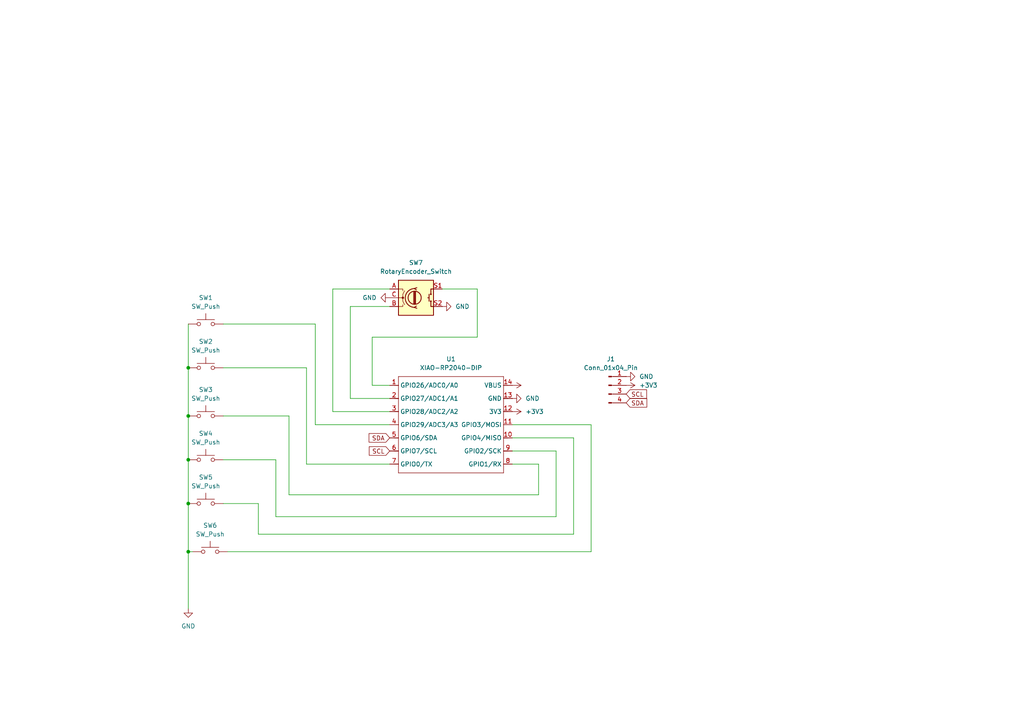
<source format=kicad_sch>
(kicad_sch (version 20250114) (generator "eeschema") (generator_version "9.0")
  (paper "A4")
  (lib_symbols
    (symbol "Connector:Conn_01x04_Pin" (pin_names (offset 1.016) (hide yes))
      (property "Reference" "J" (at 0 5.08 0))
      (property "Value" "Conn_01x04_Pin" (at 0 -7.62 0))
      (symbol "Conn_01x04_Pin_1_1"
        (rectangle (start 0.8636 2.667) (end 0 2.413) (stroke (width 0.1524)) (fill (type outline)))
        (rectangle (start 0.8636 0.127) (end 0 -0.127) (stroke (width 0.1524)) (fill (type outline)))
        (rectangle (start 0.8636 -2.413) (end 0 -2.667) (stroke (width 0.1524)) (fill (type outline)))
        (rectangle (start 0.8636 -4.953) (end 0 -5.207) (stroke (width 0.1524)) (fill (type outline)))
        (polyline (pts (xy 1.27 2.54) (xy 0.8636 2.54)) (stroke (width 0.1524)))
        (polyline (pts (xy 1.27 0) (xy 0.8636 0)) (stroke (width 0.1524)))
        (polyline (pts (xy 1.27 -2.54) (xy 0.8636 -2.54)) (stroke (width 0.1524)))
        (polyline (pts (xy 1.27 -5.08) (xy 0.8636 -5.08)) (stroke (width 0.1524)))
        (pin passive line (at 5.08 2.54 180) (length 3.81) (name "Pin_1") (number "1"))
        (pin passive line (at 5.08 0 180) (length 3.81) (name "Pin_2") (number "2"))
        (pin passive line (at 5.08 -2.54 180) (length 3.81) (name "Pin_3") (number "3"))
        (pin passive line (at 5.08 -5.08 180) (length 3.81) (name "Pin_4") (number "4"))
      )
    )
    (symbol "Device:RotaryEncoder_Switch" (pin_names (offset 0.254) (hide yes))
      (property "Reference" "SW" (at 0 6.604 0))
      (property "Value" "RotaryEncoder_Switch" (at 0 -6.604 0))
      (symbol "RotaryEncoder_Switch_0_1"
        (rectangle (start -5.08 5.08) (end 5.08 -5.08) (stroke (width 0.254)) (fill (type background)))
        (polyline (pts (xy -5.08 2.54) (xy -3.81 2.54) (xy -3.81 2.032)))
        (polyline (pts (xy -5.08 0) (xy -3.81 0) (xy -3.81 -1.016) (xy -3.302 -2.032)))
        (polyline (pts (xy -5.08 -2.54) (xy -3.81 -2.54) (xy -3.81 -2.032)))
        (polyline (pts (xy -4.318 0) (xy -3.81 0) (xy -3.81 1.016) (xy -3.302 2.032)))
        (circle (center -3.81 0) (radius 0.254) (fill (type outline)))
        (polyline (pts (xy -0.635 -1.778) (xy -0.635 1.778)) (stroke (width 0.254)))
        (circle (center -0.381 0) (radius 1.905) (stroke (width 0.254)))
        (polyline (pts (xy -0.381 -1.778) (xy -0.381 1.778)) (stroke (width 0.254)))
        (arc (start -0.381 -2.794) (mid -3.0988 -0.0635) (end -0.381 2.667) (stroke (width 0.254)))
        (polyline (pts (xy -0.127 1.778) (xy -0.127 -1.778)) (stroke (width 0.254)))
        (polyline (pts (xy 0.254 2.921) (xy -0.508 2.667) (xy 0.127 2.286)) (stroke (width 0.254)))
        (polyline (pts (xy 0.254 -3.048) (xy -0.508 -2.794) (xy 0.127 -2.413)) (stroke (width 0.254)))
        (polyline (pts (xy 3.81 1.016) (xy 3.81 -1.016)) (stroke (width 0.254)))
        (polyline (pts (xy 3.81 0) (xy 3.429 0)) (stroke (width 0.254)))
        (circle (center 4.318 1.016) (radius 0.127) (stroke (width 0.254)))
        (circle (center 4.318 -1.016) (radius 0.127) (stroke (width 0.254)))
        (polyline (pts (xy 5.08 2.54) (xy 4.318 2.54) (xy 4.318 1.016)) (stroke (width 0.254)))
        (polyline (pts (xy 5.08 -2.54) (xy 4.318 -2.54) (xy 4.318 -1.016)) (stroke (width 0.254)))
      )
      (symbol "RotaryEncoder_Switch_1_1"
        (pin passive line (at -7.62 2.54 0) (length 2.54) (name "A") (number "A"))
        (pin passive line (at -7.62 0 0) (length 2.54) (name "C") (number "C"))
        (pin passive line (at -7.62 -2.54 0) (length 2.54) (name "B") (number "B"))
        (pin passive line (at 7.62 2.54 180) (length 2.54) (name "S1") (number "S1"))
        (pin passive line (at 7.62 -2.54 180) (length 2.54) (name "S2") (number "S2"))
      )
    )
    (symbol "OPL:XIAO-RP2040-DIP"
      (property "Reference" "U" (at 0 0 0))
      (property "Value" "XIAO-RP2040-DIP" (at 5.334 -1.778 0))
      (symbol "XIAO-RP2040-DIP_1_0"
        (polyline (pts (xy -1.27 -2.54) (xy 29.21 -2.54)) (stroke (width 0.1524)))
        (polyline (pts (xy -1.27 -5.08) (xy -2.54 -5.08)) (stroke (width 0.1524)))
        (polyline (pts (xy -1.27 -5.08) (xy -1.27 -2.54)) (stroke (width 0.1524)))
        (polyline (pts (xy -1.27 -8.89) (xy -2.54 -8.89)) (stroke (width 0.1524)))
        (polyline (pts (xy -1.27 -8.89) (xy -1.27 -5.08)) (stroke (width 0.1524)))
        (polyline (pts (xy -1.27 -12.7) (xy -2.54 -12.7)) (stroke (width 0.1524)))
        (polyline (pts (xy -1.27 -12.7) (xy -1.27 -8.89)) (stroke (width 0.1524)))
        (polyline (pts (xy -1.27 -16.51) (xy -2.54 -16.51)) (stroke (width 0.1524)))
        (polyline (pts (xy -1.27 -16.51) (xy -1.27 -12.7)) (stroke (width 0.1524)))
        (polyline (pts (xy -1.27 -20.32) (xy -2.54 -20.32)) (stroke (width 0.1524)))
        (polyline (pts (xy -1.27 -24.13) (xy -2.54 -24.13)) (stroke (width 0.1524)))
        (polyline (pts (xy -1.27 -27.94) (xy -2.54 -27.94)) (stroke (width 0.1524)))
        (polyline (pts (xy -1.27 -30.48) (xy -1.27 -16.51)) (stroke (width 0.1524)))
        (polyline (pts (xy 29.21 -2.54) (xy 29.21 -5.08)) (stroke (width 0.1524)))
        (polyline (pts (xy 29.21 -5.08) (xy 29.21 -8.89)) (stroke (width 0.1524)))
        (polyline (pts (xy 29.21 -8.89) (xy 29.21 -12.7)) (stroke (width 0.1524)))
        (polyline (pts (xy 29.21 -12.7) (xy 29.21 -30.48)) (stroke (width 0.1524)))
        (polyline (pts (xy 29.21 -30.48) (xy -1.27 -30.48)) (stroke (width 0.1524)))
        (polyline (pts (xy 30.48 -5.08) (xy 29.21 -5.08)) (stroke (width 0.1524)))
        (polyline (pts (xy 30.48 -8.89) (xy 29.21 -8.89)) (stroke (width 0.1524)))
        (polyline (pts (xy 30.48 -12.7) (xy 29.21 -12.7)) (stroke (width 0.1524)))
        (polyline (pts (xy 30.48 -16.51) (xy 29.21 -16.51)) (stroke (width 0.1524)))
        (polyline (pts (xy 30.48 -20.32) (xy 29.21 -20.32)) (stroke (width 0.1524)))
        (polyline (pts (xy 30.48 -24.13) (xy 29.21 -24.13)) (stroke (width 0.1524)))
        (polyline (pts (xy 30.48 -27.94) (xy 29.21 -27.94)) (stroke (width 0.1524)))
        (pin passive line (at -3.81 -5.08 0) (length 2.54) (name "GPIO26/ADC0/A0") (number "1"))
        (pin passive line (at -3.81 -8.89 0) (length 2.54) (name "GPIO27/ADC1/A1") (number "2"))
        (pin passive line (at -3.81 -12.7 0) (length 2.54) (name "GPIO28/ADC2/A2") (number "3"))
        (pin passive line (at -3.81 -16.51 0) (length 2.54) (name "GPIO29/ADC3/A3") (number "4"))
        (pin passive line (at -3.81 -20.32 0) (length 2.54) (name "GPIO6/SDA") (number "5"))
        (pin passive line (at -3.81 -24.13 0) (length 2.54) (name "GPIO7/SCL") (number "6"))
        (pin passive line (at -3.81 -27.94 0) (length 2.54) (name "GPIO0/TX") (number "7"))
        (pin passive line (at 31.75 -5.08 180) (length 2.54) (name "VBUS") (number "14"))
        (pin passive line (at 31.75 -8.89 180) (length 2.54) (name "GND") (number "13"))
        (pin passive line (at 31.75 -12.7 180) (length 2.54) (name "3V3") (number "12"))
        (pin passive line (at 31.75 -16.51 180) (length 2.54) (name "GPIO3/MOSI") (number "11"))
        (pin passive line (at 31.75 -20.32 180) (length 2.54) (name "GPIO4/MISO") (number "10"))
        (pin passive line (at 31.75 -24.13 180) (length 2.54) (name "GPIO2/SCK") (number "9"))
        (pin passive line (at 31.75 -27.94 180) (length 2.54) (name "GPIO1/RX") (number "8"))
      )
    )
    (symbol "Switch:SW_Push" (pin_numbers (hide yes)) (pin_names (offset 1.016) (hide yes))
      (property "Reference" "SW" (at 1.27 2.54 0))
      (property "Value" "SW_Push" (at 0 -1.524 0))
      (symbol "SW_Push_0_1"
        (circle (center -2.032 0) (radius 0.508))
        (polyline (pts (xy 0 1.27) (xy 0 3.048)))
        (circle (center 2.032 0) (radius 0.508))
        (polyline (pts (xy 2.54 1.27) (xy -2.54 1.27)))
        (pin passive line (at -5.08 0 0) (length 2.54) (name "1") (number "1"))
        (pin passive line (at 5.08 0 180) (length 2.54) (name "2") (number "2"))
      )
    )
    (symbol "power:+3V3" (power) (pin_numbers (hide yes)) (pin_names (offset 0) (hide yes))
      (property "Value" "+3V3" (at 0 3.556 0))
      (symbol "+3V3_0_1"
        (polyline (pts (xy -0.762 1.27) (xy 0 2.54)))
        (polyline (pts (xy 0 2.54) (xy 0.762 1.27)))
        (polyline (pts (xy 0 0) (xy 0 2.54)))
      )
      (symbol "+3V3_1_1"
        (pin power_in line (at 0 0 90) (length 0) (name "~") (number "1"))
      )
    )
    (symbol "power:+5V" (power) (pin_numbers (hide yes)) (pin_names (offset 0) (hide yes))
      (property "Value" "+5V" (at 0 3.556 0))
      (symbol "+5V_0_1"
        (polyline (pts (xy -0.762 1.27) (xy 0 2.54)))
        (polyline (pts (xy 0 2.54) (xy 0.762 1.27)))
        (polyline (pts (xy 0 0) (xy 0 2.54)))
      )
      (symbol "+5V_1_1"
        (pin power_in line (at 0 0 90) (length 0) (name "~") (number "1"))
      )
    )
    (symbol "power:GND" (power) (pin_numbers (hide yes)) (pin_names (offset 0) (hide yes))
      (property "Value" "GND" (at 0 -3.81 0))
      (symbol "GND_0_1"
        (polyline (pts (xy 0 0) (xy 0 -1.27) (xy 1.27 -1.27) (xy 0 -2.54) (xy -1.27 -1.27) (xy 0 -1.27)))
      )
      (symbol "GND_1_1"
        (pin power_in line (at 0 0 270) (length 0) (name "~") (number "1"))
      )
    )
  )
  (junction (at 54.61 106.68))
  (junction (at 54.61 160.02))
  (junction (at 54.61 120.65))
  (junction (at 54.61 146.05))
  (junction (at 54.61 133.35))
  (wire (pts (xy 161.29 130.81) (xy 148.59 130.81)))
  (wire (pts (xy 54.61 133.35) (xy 54.61 146.05)))
  (wire (pts (xy 64.77 133.35) (xy 80.01 133.35)))
  (wire (pts (xy 107.95 97.79) (xy 107.95 111.76)))
  (wire (pts (xy 83.82 120.65) (xy 83.82 143.51)))
  (wire (pts (xy 80.01 133.35) (xy 80.01 149.86)))
  (wire (pts (xy 64.77 146.05) (xy 74.93 146.05)))
  (wire (pts (xy 96.52 119.38) (xy 113.03 119.38)))
  (wire (pts (xy 88.9 134.62) (xy 113.03 134.62)))
  (wire (pts (xy 83.82 143.51) (xy 156.21 143.51)))
  (wire (pts (xy 171.45 160.02) (xy 171.45 123.19)))
  (wire (pts (xy 54.61 120.65) (xy 54.61 133.35)))
  (wire (pts (xy 166.37 154.94) (xy 166.37 127)))
  (wire (pts (xy 66.04 160.02) (xy 171.45 160.02)))
  (wire (pts (xy 91.44 123.19) (xy 113.03 123.19)))
  (wire (pts (xy 64.77 106.68) (xy 88.9 106.68)))
  (wire (pts (xy 107.95 111.76) (xy 113.03 111.76)))
  (wire (pts (xy 101.6 88.9) (xy 101.6 115.57)))
  (wire (pts (xy 138.43 83.82) (xy 138.43 97.79)))
  (wire (pts (xy 171.45 123.19) (xy 148.59 123.19)))
  (wire (pts (xy 88.9 106.68) (xy 88.9 134.62)))
  (wire (pts (xy 80.01 149.86) (xy 161.29 149.86)))
  (wire (pts (xy 91.44 93.98) (xy 91.44 123.19)))
  (wire (pts (xy 64.77 120.65) (xy 83.82 120.65)))
  (wire (pts (xy 55.88 160.02) (xy 54.61 160.02)))
  (wire (pts (xy 54.61 93.98) (xy 54.61 106.68)))
  (wire (pts (xy 74.93 146.05) (xy 74.93 154.94)))
  (wire (pts (xy 54.61 106.68) (xy 54.61 120.65)))
  (wire (pts (xy 128.27 83.82) (xy 138.43 83.82)))
  (wire (pts (xy 74.93 154.94) (xy 166.37 154.94)))
  (wire (pts (xy 166.37 127) (xy 148.59 127)))
  (wire (pts (xy 113.03 83.82) (xy 96.52 83.82)))
  (wire (pts (xy 96.52 83.82) (xy 96.52 119.38)))
  (wire (pts (xy 64.77 93.98) (xy 91.44 93.98)))
  (wire (pts (xy 101.6 115.57) (xy 113.03 115.57)))
  (wire (pts (xy 54.61 146.05) (xy 54.61 160.02)))
  (wire (pts (xy 161.29 149.86) (xy 161.29 130.81)))
  (wire (pts (xy 113.03 88.9) (xy 101.6 88.9)))
  (wire (pts (xy 156.21 143.51) (xy 156.21 134.62)))
  (wire (pts (xy 54.61 160.02) (xy 54.61 176.53)))
  (wire (pts (xy 156.21 134.62) (xy 148.59 134.62)))
  (wire (pts (xy 138.43 97.79) (xy 107.95 97.79)))
  (global_label "SCL" (shape input) (at 113.03 130.81 180) (property "Intersheetrefs" "${INTERSHEET_REFS}" (effects (hide yes))))
  (global_label "SCL" (shape input) (at 181.61 114.3 0) (property "Intersheetrefs" "${INTERSHEET_REFS}" (effects (hide yes))))
  (global_label "SDA" (shape input) (at 113.03 127 180) (property "Intersheetrefs" "${INTERSHEET_REFS}" (effects (hide yes))))
  (global_label "SDA" (shape input) (at 181.61 116.84 0) (property "Intersheetrefs" "${INTERSHEET_REFS}" (effects (hide yes))))
  (symbol (lib_id "power:GND") (at 113.03 86.36 270) (unit 1)
    (property "Reference" "#PWR04" (effects (hide yes)))
    (property "Value" "GND" (at 109.22 86.3599 90) (effects (justify right)))
    (property "Description" "Power symbol creates a global label with name \"GND\" , ground" (effects (hide yes)))
  )
  (symbol (lib_id "power:GND") (at 148.59 115.57 90) (unit 1)
    (property "Reference" "#PWR02" (effects (hide yes)))
    (property "Value" "GND" (at 152.4 115.5699 90) (effects (justify right)))
    (property "Description" "Power symbol creates a global label with name \"GND\" , ground" (effects (hide yes)))
  )
  (symbol (lib_id "Switch:SW_Push") (at 59.69 120.65 0) (unit 1)
    (property "Reference" "SW3" (at 59.69 113.03 0))
    (property "Value" "SW_Push" (at 59.69 115.57 0))
    (property "Footprint" "Button_Switch_Keyboard:SW_Cherry_MX_1.00u_PCB" (effects (hide yes)))
    (property "Description" "Push button switch, generic, two pins" (effects (hide yes)))
  )
  (symbol (lib_id "Switch:SW_Push") (at 59.69 133.35 0) (unit 1)
    (property "Reference" "SW4" (at 59.69 125.73 0))
    (property "Value" "SW_Push" (at 59.69 128.27 0))
    (property "Footprint" "Button_Switch_Keyboard:SW_Cherry_MX_1.00u_PCB" (effects (hide yes)))
    (property "Description" "Push button switch, generic, two pins" (effects (hide yes)))
  )
  (symbol (lib_id "power:GND") (at 54.61 176.53 0) (unit 1)
    (property "Reference" "#PWR01" (effects (hide yes)))
    (property "Value" "GND" (at 54.61 181.61 0))
    (property "Description" "Power symbol creates a global label with name \"GND\" , ground" (effects (hide yes)))
  )
  (symbol (lib_id "Connector:Conn_01x04_Pin") (at 176.53 111.76 0) (unit 1)
    (property "Reference" "J1" (at 177.165 104.14 0))
    (property "Value" "Conn_01x04_Pin" (at 177.165 106.68 0))
    (property "Footprint" "OLED:SSD1306-0.91-OLED-4pin-128x32" (effects (hide yes)))
    (property "Description" "Generic connector, single row, 01x04, script generated" (effects (hide yes)))
  )
  (symbol (lib_id "OPL:XIAO-RP2040-DIP") (at 116.84 106.68 0) (unit 1)
    (property "Reference" "U1" (at 130.81 104.14 0))
    (property "Value" "XIAO-RP2040-DIP" (at 130.81 106.68 0))
    (property "Footprint" "OPL:XIAO-RP2040-DIP" (effects (hide yes)))
  )
  (symbol (lib_id "power:GND") (at 128.27 88.9 90) (unit 1)
    (property "Reference" "#PWR05" (effects (hide yes)))
    (property "Value" "GND" (at 132.08 88.8999 90) (effects (justify right)))
    (property "Description" "Power symbol creates a global label with name \"GND\" , ground" (effects (hide yes)))
  )
  (symbol (lib_id "Switch:SW_Push") (at 59.69 93.98 0) (unit 1)
    (property "Reference" "SW1" (at 59.69 86.36 0))
    (property "Value" "SW_Push" (at 59.69 88.9 0))
    (property "Footprint" "Button_Switch_Keyboard:SW_Cherry_MX_1.00u_PCB" (effects (hide yes)))
    (property "Description" "Push button switch, generic, two pins" (effects (hide yes)))
  )
  (symbol (lib_id "Switch:SW_Push") (at 60.96 160.02 0) (unit 1)
    (property "Reference" "SW6" (at 60.96 152.4 0))
    (property "Value" "SW_Push" (at 60.96 154.94 0))
    (property "Footprint" "Button_Switch_Keyboard:SW_Cherry_MX_1.00u_PCB" (effects (hide yes)))
    (property "Description" "Push button switch, generic, two pins" (effects (hide yes)))
  )
  (symbol (lib_id "power:+3V3") (at 181.61 111.76 270) (unit 1)
    (property "Reference" "#PWR08" (effects (hide yes)))
    (property "Value" "+3V3" (at 185.42 111.7599 90) (effects (justify left)))
    (property "Description" "Power symbol creates a global label with name \"+3V3\"" (effects (hide yes)))
  )
  (symbol (lib_id "power:+3V3") (at 148.59 119.38 270) (unit 1)
    (property "Reference" "#PWR06" (effects (hide yes)))
    (property "Value" "+3V3" (at 152.4 119.3799 90) (effects (justify left)))
    (property "Description" "Power symbol creates a global label with name \"+3V3\"" (effects (hide yes)))
  )
  (symbol (lib_id "power:GND") (at 181.61 109.22 90) (unit 1)
    (property "Reference" "#PWR07" (effects (hide yes)))
    (property "Value" "GND" (at 185.42 109.2199 90) (effects (justify right)))
    (property "Description" "Power symbol creates a global label with name \"GND\" , ground" (effects (hide yes)))
  )
  (symbol (lib_id "power:+5V") (at 148.59 111.76 270) (unit 1)
    (property "Reference" "#PWR03" (effects (hide yes)))
    (property "Value" "+5V" (effects (hide yes)))
    (property "Description" "Power symbol creates a global label with name \"+5V\"" (effects (hide yes)))
  )
  (symbol (lib_id "Switch:SW_Push") (at 59.69 106.68 0) (unit 1)
    (property "Reference" "SW2" (at 59.69 99.06 0))
    (property "Value" "SW_Push" (at 59.69 101.6 0))
    (property "Footprint" "Button_Switch_Keyboard:SW_Cherry_MX_1.00u_PCB" (effects (hide yes)))
    (property "Description" "Push button switch, generic, two pins" (effects (hide yes)))
  )
  (symbol (lib_id "Device:RotaryEncoder_Switch") (at 120.65 86.36 0) (unit 1)
    (property "Reference" "SW7" (at 120.65 76.2 0))
    (property "Value" "RotaryEncoder_Switch" (at 120.65 78.74 0))
    (property "Footprint" "Rotary_Encoder:RotaryEncoder_Alps_EC11E-Switch_Vertical_H20mm" (effects (hide yes)))
    (property "Description" "Rotary encoder, dual channel, incremental quadrate outputs, with switch" (effects (hide yes)))
  )
  (symbol (lib_id "Switch:SW_Push") (at 59.69 146.05 0) (unit 1)
    (property "Reference" "SW5" (at 59.69 138.43 0))
    (property "Value" "SW_Push" (at 59.69 140.97 0))
    (property "Footprint" "Button_Switch_Keyboard:SW_Cherry_MX_1.00u_PCB" (effects (hide yes)))
    (property "Description" "Push button switch, generic, two pins" (effects (hide yes)))
  )
)
</source>
